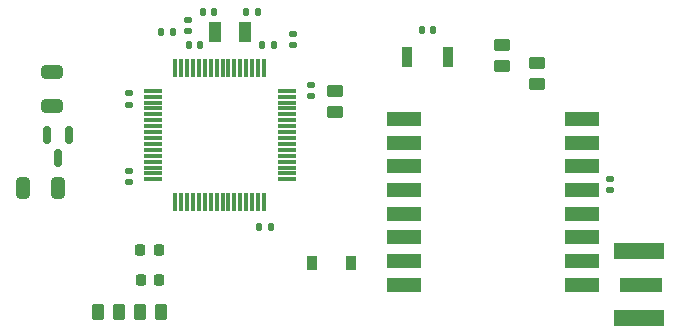
<source format=gbr>
%TF.GenerationSoftware,KiCad,Pcbnew,(6.0.1)*%
%TF.CreationDate,2023-03-06T20:27:36-05:00*%
%TF.ProjectId,PCBFiles_Node,50434246-696c-4657-935f-4e6f64652e6b,rev?*%
%TF.SameCoordinates,Original*%
%TF.FileFunction,Paste,Top*%
%TF.FilePolarity,Positive*%
%FSLAX46Y46*%
G04 Gerber Fmt 4.6, Leading zero omitted, Abs format (unit mm)*
G04 Created by KiCad (PCBNEW (6.0.1)) date 2023-03-06 20:27:36*
%MOMM*%
%LPD*%
G01*
G04 APERTURE LIST*
G04 Aperture macros list*
%AMRoundRect*
0 Rectangle with rounded corners*
0 $1 Rounding radius*
0 $2 $3 $4 $5 $6 $7 $8 $9 X,Y pos of 4 corners*
0 Add a 4 corners polygon primitive as box body*
4,1,4,$2,$3,$4,$5,$6,$7,$8,$9,$2,$3,0*
0 Add four circle primitives for the rounded corners*
1,1,$1+$1,$2,$3*
1,1,$1+$1,$4,$5*
1,1,$1+$1,$6,$7*
1,1,$1+$1,$8,$9*
0 Add four rect primitives between the rounded corners*
20,1,$1+$1,$2,$3,$4,$5,0*
20,1,$1+$1,$4,$5,$6,$7,0*
20,1,$1+$1,$6,$7,$8,$9,0*
20,1,$1+$1,$8,$9,$2,$3,0*%
G04 Aperture macros list end*
%ADD10RoundRect,0.250000X-0.450000X0.262500X-0.450000X-0.262500X0.450000X-0.262500X0.450000X0.262500X0*%
%ADD11RoundRect,0.140000X0.140000X0.170000X-0.140000X0.170000X-0.140000X-0.170000X0.140000X-0.170000X0*%
%ADD12RoundRect,0.140000X0.170000X-0.140000X0.170000X0.140000X-0.170000X0.140000X-0.170000X-0.140000X0*%
%ADD13R,0.900000X1.200000*%
%ADD14RoundRect,0.075000X-0.075000X0.700000X-0.075000X-0.700000X0.075000X-0.700000X0.075000X0.700000X0*%
%ADD15RoundRect,0.075000X-0.700000X0.075000X-0.700000X-0.075000X0.700000X-0.075000X0.700000X0.075000X0*%
%ADD16RoundRect,0.140000X-0.140000X-0.170000X0.140000X-0.170000X0.140000X0.170000X-0.140000X0.170000X0*%
%ADD17RoundRect,0.250000X0.650000X-0.325000X0.650000X0.325000X-0.650000X0.325000X-0.650000X-0.325000X0*%
%ADD18RoundRect,0.140000X-0.170000X0.140000X-0.170000X-0.140000X0.170000X-0.140000X0.170000X0.140000X0*%
%ADD19RoundRect,0.147500X-0.147500X-0.172500X0.147500X-0.172500X0.147500X0.172500X-0.147500X0.172500X0*%
%ADD20RoundRect,0.250000X0.325000X0.650000X-0.325000X0.650000X-0.325000X-0.650000X0.325000X-0.650000X0*%
%ADD21R,0.900000X1.700000*%
%ADD22RoundRect,0.250000X0.450000X-0.262500X0.450000X0.262500X-0.450000X0.262500X-0.450000X-0.262500X0*%
%ADD23RoundRect,0.250000X-0.262500X-0.450000X0.262500X-0.450000X0.262500X0.450000X-0.262500X0.450000X0*%
%ADD24R,1.000000X1.800000*%
%ADD25RoundRect,0.250000X0.262500X0.450000X-0.262500X0.450000X-0.262500X-0.450000X0.262500X-0.450000X0*%
%ADD26RoundRect,0.150000X-0.150000X0.587500X-0.150000X-0.587500X0.150000X-0.587500X0.150000X0.587500X0*%
%ADD27R,3.000000X1.300000*%
%ADD28RoundRect,0.218750X-0.218750X-0.256250X0.218750X-0.256250X0.218750X0.256250X-0.218750X0.256250X0*%
%ADD29RoundRect,0.218750X0.218750X0.256250X-0.218750X0.256250X-0.218750X-0.256250X0.218750X-0.256250X0*%
%ADD30R,3.600000X1.270000*%
%ADD31R,4.200000X1.350000*%
G04 APERTURE END LIST*
D10*
%TO.C,R4*%
X96040000Y-90177500D03*
X96040000Y-92002500D03*
%TD*%
D11*
%TO.C,C13*%
X68730000Y-85855000D03*
X67770000Y-85855000D03*
%TD*%
D12*
%TO.C,C14*%
X102240000Y-100960000D03*
X102240000Y-100000000D03*
%TD*%
D13*
%TO.C,D1*%
X80360000Y-107100000D03*
X77060000Y-107100000D03*
%TD*%
D14*
%TO.C,U1*%
X72950000Y-90625000D03*
X72450000Y-90625000D03*
X71950000Y-90625000D03*
X71450000Y-90625000D03*
X70950000Y-90625000D03*
X70450000Y-90625000D03*
X69950000Y-90625000D03*
X69450000Y-90625000D03*
X68950000Y-90625000D03*
X68450000Y-90625000D03*
X67950000Y-90625000D03*
X67450000Y-90625000D03*
X66950000Y-90625000D03*
X66450000Y-90625000D03*
X65950000Y-90625000D03*
X65450000Y-90625000D03*
D15*
X63525000Y-92550000D03*
X63525000Y-93050000D03*
X63525000Y-93550000D03*
X63525000Y-94050000D03*
X63525000Y-94550000D03*
X63525000Y-95050000D03*
X63525000Y-95550000D03*
X63525000Y-96050000D03*
X63525000Y-96550000D03*
X63525000Y-97050000D03*
X63525000Y-97550000D03*
X63525000Y-98050000D03*
X63525000Y-98550000D03*
X63525000Y-99050000D03*
X63525000Y-99550000D03*
X63525000Y-100050000D03*
D14*
X65450000Y-101975000D03*
X65950000Y-101975000D03*
X66450000Y-101975000D03*
X66950000Y-101975000D03*
X67450000Y-101975000D03*
X67950000Y-101975000D03*
X68450000Y-101975000D03*
X68950000Y-101975000D03*
X69450000Y-101975000D03*
X69950000Y-101975000D03*
X70450000Y-101975000D03*
X70950000Y-101975000D03*
X71450000Y-101975000D03*
X71950000Y-101975000D03*
X72450000Y-101975000D03*
X72950000Y-101975000D03*
D15*
X74875000Y-100050000D03*
X74875000Y-99550000D03*
X74875000Y-99050000D03*
X74875000Y-98550000D03*
X74875000Y-98050000D03*
X74875000Y-97550000D03*
X74875000Y-97050000D03*
X74875000Y-96550000D03*
X74875000Y-96050000D03*
X74875000Y-95550000D03*
X74875000Y-95050000D03*
X74875000Y-94550000D03*
X74875000Y-94050000D03*
X74875000Y-93550000D03*
X74875000Y-93050000D03*
X74875000Y-92550000D03*
%TD*%
D12*
%TO.C,C10*%
X66500000Y-87480000D03*
X66500000Y-86520000D03*
%TD*%
D16*
%TO.C,C11*%
X66620000Y-88650000D03*
X67580000Y-88650000D03*
%TD*%
D17*
%TO.C,C1*%
X54970000Y-93875000D03*
X54970000Y-90925000D03*
%TD*%
D18*
%TO.C,C8*%
X76900000Y-92070000D03*
X76900000Y-93030000D03*
%TD*%
D12*
%TO.C,C3*%
X75400000Y-88680000D03*
X75400000Y-87720000D03*
%TD*%
%TO.C,C6*%
X61500000Y-100280000D03*
X61500000Y-99320000D03*
%TD*%
D19*
%TO.C,L1*%
X64265000Y-87550000D03*
X65235000Y-87550000D03*
%TD*%
D20*
%TO.C,C2*%
X55505000Y-100780000D03*
X52555000Y-100780000D03*
%TD*%
D21*
%TO.C,SW1*%
X85110000Y-89650000D03*
X88510000Y-89650000D03*
%TD*%
D22*
%TO.C,R1*%
X78950000Y-94372500D03*
X78950000Y-92547500D03*
%TD*%
D23*
%TO.C,R2*%
X62437500Y-111250000D03*
X64262500Y-111250000D03*
%TD*%
D24*
%TO.C,Y1*%
X68850000Y-87600000D03*
X71350000Y-87600000D03*
%TD*%
D25*
%TO.C,R3*%
X60712500Y-111250000D03*
X58887500Y-111250000D03*
%TD*%
D10*
%TO.C,R5*%
X93100000Y-88667500D03*
X93100000Y-90492500D03*
%TD*%
D11*
%TO.C,C4*%
X73780000Y-88700000D03*
X72820000Y-88700000D03*
%TD*%
D26*
%TO.C,U3*%
X56460000Y-96332500D03*
X54560000Y-96332500D03*
X55510000Y-98207500D03*
%TD*%
D16*
%TO.C,C9*%
X86330000Y-87400000D03*
X87290000Y-87400000D03*
%TD*%
%TO.C,C12*%
X71470000Y-85855000D03*
X72430000Y-85855000D03*
%TD*%
D11*
%TO.C,C7*%
X73530000Y-104100000D03*
X72570000Y-104100000D03*
%TD*%
D27*
%TO.C,U2*%
X84850000Y-94960000D03*
X84850000Y-96960000D03*
X84850000Y-98960000D03*
X84850000Y-100960000D03*
X84850000Y-102960000D03*
X84850000Y-104960000D03*
X84850000Y-106960000D03*
X84850000Y-108960000D03*
X99850000Y-94960000D03*
X99850000Y-96960000D03*
X99850000Y-98960000D03*
X99850000Y-100960000D03*
X99850000Y-102960000D03*
X99850000Y-104960000D03*
X99850000Y-106960000D03*
X99850000Y-108960000D03*
%TD*%
D12*
%TO.C,C5*%
X61500000Y-93730000D03*
X61500000Y-92770000D03*
%TD*%
D28*
%TO.C,D2*%
X62512500Y-108600000D03*
X64087500Y-108600000D03*
%TD*%
D29*
%TO.C,D3*%
X64037500Y-106050000D03*
X62462500Y-106050000D03*
%TD*%
D30*
%TO.C,J7*%
X104900000Y-108970000D03*
D31*
X104700000Y-111795000D03*
X104700000Y-106145000D03*
%TD*%
M02*

</source>
